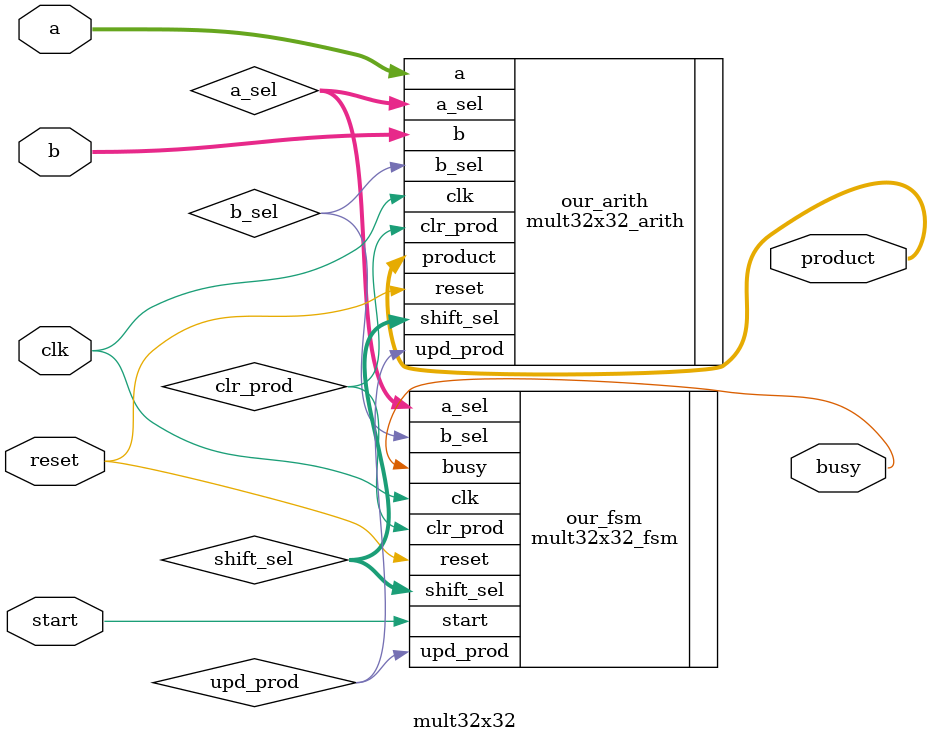
<source format=sv>
module mult32x32 (
    input logic clk,            // Clock
    input logic reset,          // Reset
    input logic start,          // Start signal
    input logic [31:0] a,       // Input a
    input logic [31:0] b,       // Input b
    output logic busy,          // Multiplier busy indication
    output logic [63:0] product // Miltiplication product
);

// Put your code here
// ------------------

// inner wires
logic [1:0] a_sel;
logic b_sel, upd_prod, clr_prod;      
logic [2:0] shift_sel;

// creating an instance of the fsm:
mult32x32_fsm  our_fsm(
    .clk(clk),               // Clock
    .reset(reset),           // Reset
    .start(start),           // Start
    .busy(busy),             // Busy
    .a_sel(a_sel),           // Select one byte from A
    .b_sel(b_sel),           // Select one 2-byte word from B
    .shift_sel(shift_sel),   // Select output from shifters
    .upd_prod(upd_prod),     // Update the product register
    .clr_prod(clr_prod)      // Clears the product register  
);

// creating an instance of the 
mult32x32_arith our_arith (
    .clk(clk),               // Clock
    .reset(reset),           // Reset
    .a(a),                   // Input a
    .b(b),                   // Input b
    .a_sel(a_sel),           // Select one byte from A
    .b_sel(b_sel),           // Select one 2-byte word from B
    .shift_sel(shift_sel),   // Select output from shifters
    .upd_prod(upd_prod),     // Update the product register
    .clr_prod(clr_prod),     // Clears the product register  
    .product(product)        // Exits the products
);

// End of your code

endmodule

</source>
